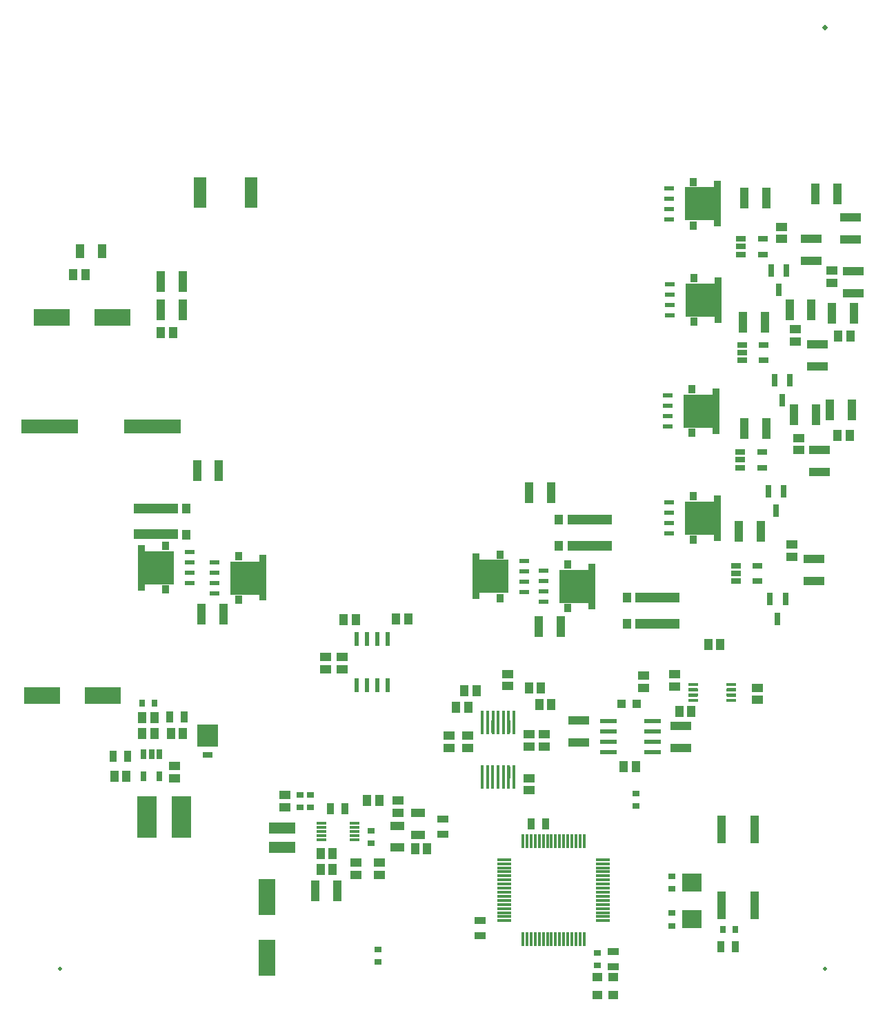
<source format=gtp>
G04 Layer_Color=8421504*
%FSLAX25Y25*%
%MOIN*%
G70*
G01*
G75*
%ADD11R,0.03543X0.22047*%
%ADD12R,0.14291X0.15988*%
%ADD13R,0.04724X0.01969*%
%ADD14R,0.05000X0.03012*%
%ADD15R,0.10039X0.10630*%
%ADD16R,0.02559X0.04724*%
%ADD17R,0.04331X0.05512*%
%ADD18R,0.09449X0.20079*%
%ADD19R,0.17716X0.07874*%
%ADD20R,0.03543X0.05512*%
%ADD21R,0.03150X0.03740*%
%ADD22R,0.05512X0.04331*%
%ADD23R,0.03740X0.03150*%
%ADD24R,0.01400X0.11811*%
%ADD25C,0.01969*%
%ADD26P,0.02784X4X90.0*%
%ADD27R,0.04921X0.04331*%
%ADD28R,0.21654X0.05118*%
%ADD29R,0.03858X0.05118*%
%ADD30R,0.03937X0.03937*%
%ADD31R,0.03937X0.13780*%
%ADD32R,0.04331X0.10236*%
%ADD33R,0.06693X0.04331*%
%ADD34R,0.05512X0.03543*%
%ADD35R,0.10236X0.04331*%
%ADD36R,0.06299X0.14961*%
%ADD37R,0.09449X0.09055*%
%ADD38R,0.03150X0.06299*%
%ADD39R,0.12598X0.05512*%
%ADD40R,0.04724X0.02559*%
%ADD41R,0.04331X0.06693*%
%ADD42R,0.02165X0.07087*%
%ADD43R,0.07874X0.02362*%
%ADD44R,0.05118X0.01181*%
%ADD45R,0.01181X0.07087*%
%ADD46R,0.07087X0.01181*%
%ADD47R,0.27559X0.07087*%
%ADD48R,0.07874X0.17716*%
%ADD49R,0.05118X0.01575*%
%ADD65R,0.03189X0.04006*%
%ADD66R,0.03189X0.04006*%
G36*
X204608Y113989D02*
X203208D01*
Y119789D01*
X204608D01*
Y113989D01*
D02*
G37*
G36*
X220008Y91789D02*
X218608D01*
Y97589D01*
X220008D01*
Y91789D01*
D02*
G37*
G36*
X207208Y113989D02*
X205808D01*
Y119789D01*
X207208D01*
Y113989D01*
D02*
G37*
G36*
X212308D02*
X210908D01*
Y119789D01*
X212308D01*
Y113989D01*
D02*
G37*
G36*
X209708D02*
X208308D01*
Y119789D01*
X209708D01*
Y113989D01*
D02*
G37*
G36*
X217408Y91789D02*
X216008D01*
Y97589D01*
X217408D01*
Y91789D01*
D02*
G37*
G36*
X207208D02*
X205808D01*
Y97589D01*
X207208D01*
Y91789D01*
D02*
G37*
G36*
X204608D02*
X203208D01*
Y97589D01*
X204608D01*
Y91789D01*
D02*
G37*
G36*
X209708D02*
X208308D01*
Y97589D01*
X209708D01*
Y91789D01*
D02*
G37*
G36*
X214908D02*
X213508D01*
Y97589D01*
X214908D01*
Y91789D01*
D02*
G37*
G36*
X212308D02*
X210908D01*
Y97589D01*
X212308D01*
Y91789D01*
D02*
G37*
G36*
X307992Y133890D02*
X303661D01*
Y135465D01*
X307992D01*
Y133890D01*
D02*
G37*
G36*
X326496Y131331D02*
X322165D01*
Y132905D01*
X326496D01*
Y131331D01*
D02*
G37*
G36*
Y133890D02*
X322165D01*
Y135465D01*
X326496D01*
Y133890D01*
D02*
G37*
G36*
Y136449D02*
X322165D01*
Y138024D01*
X326496D01*
Y136449D01*
D02*
G37*
G36*
X307992D02*
X303661D01*
Y138024D01*
X307992D01*
Y136449D01*
D02*
G37*
G36*
Y131331D02*
X303661D01*
Y132905D01*
X307992D01*
Y131331D01*
D02*
G37*
G36*
X217408Y113989D02*
X216008D01*
Y119789D01*
X217408D01*
Y113989D01*
D02*
G37*
G36*
X214908D02*
X213508D01*
Y119789D01*
X214908D01*
Y113989D01*
D02*
G37*
G36*
X220008D02*
X218608D01*
Y119789D01*
X220008D01*
Y113989D01*
D02*
G37*
G36*
X326496Y128772D02*
X322165D01*
Y130347D01*
X326496D01*
Y128772D01*
D02*
G37*
G36*
X307992D02*
X303661D01*
Y130347D01*
X307992D01*
Y128772D01*
D02*
G37*
D11*
X317575Y217697D02*
D03*
X316787Y269311D02*
D03*
X317811Y323051D02*
D03*
X317559Y369567D02*
D03*
X256766Y184658D02*
D03*
X200850Y189508D02*
D03*
X39375Y193732D02*
D03*
X97888Y188772D02*
D03*
D12*
X308937Y217677D02*
D03*
X308150Y269291D02*
D03*
X309173Y323031D02*
D03*
X308921Y369547D02*
D03*
X248129Y184638D02*
D03*
X209488Y189528D02*
D03*
X48013Y193752D02*
D03*
X89251Y188752D02*
D03*
D13*
X294346Y225177D02*
D03*
Y220177D02*
D03*
Y215177D02*
D03*
Y210177D02*
D03*
X293559Y276791D02*
D03*
Y271791D02*
D03*
Y266791D02*
D03*
Y261791D02*
D03*
X294583Y330532D02*
D03*
Y325532D02*
D03*
Y320532D02*
D03*
Y315531D02*
D03*
X294331Y377047D02*
D03*
Y372047D02*
D03*
Y367047D02*
D03*
Y362047D02*
D03*
X233538Y192138D02*
D03*
Y187138D02*
D03*
Y182138D02*
D03*
Y177138D02*
D03*
X224079Y182028D02*
D03*
Y187028D02*
D03*
Y192028D02*
D03*
Y197028D02*
D03*
X62603Y186252D02*
D03*
Y191252D02*
D03*
Y196252D02*
D03*
Y201252D02*
D03*
X74660Y196252D02*
D03*
Y191252D02*
D03*
Y186252D02*
D03*
Y181252D02*
D03*
D14*
X71161Y103423D02*
D03*
D15*
Y112697D02*
D03*
D16*
X47835Y92815D02*
D03*
X40354D02*
D03*
X44094Y103445D02*
D03*
X47835D02*
D03*
X40354D02*
D03*
D17*
X26083Y93012D02*
D03*
X31988D02*
D03*
X39567Y113681D02*
D03*
X45472D02*
D03*
X39567Y121260D02*
D03*
X45472D02*
D03*
X53445Y113583D02*
D03*
X59350D02*
D03*
X171415Y57939D02*
D03*
X177321D02*
D03*
X231457Y127520D02*
D03*
X237362D02*
D03*
X226378Y135472D02*
D03*
X232283D02*
D03*
X201220Y134213D02*
D03*
X195315D02*
D03*
X197126Y126260D02*
D03*
X191220D02*
D03*
X54429Y307382D02*
D03*
X48524D02*
D03*
X154188Y81244D02*
D03*
X148282D02*
D03*
X168235Y168789D02*
D03*
X162329D02*
D03*
X142717Y168622D02*
D03*
X136811D02*
D03*
X125787Y55512D02*
D03*
X131693D02*
D03*
X305020Y124114D02*
D03*
X299114D02*
D03*
X131693Y47933D02*
D03*
X125787D02*
D03*
X278228Y97441D02*
D03*
X272323D02*
D03*
X12205Y335138D02*
D03*
X6299D02*
D03*
X375512Y257756D02*
D03*
X381417D02*
D03*
X375827Y305630D02*
D03*
X381732D02*
D03*
X313110Y156496D02*
D03*
X319016D02*
D03*
D18*
X41965Y73227D02*
D03*
X58465Y73327D02*
D03*
D19*
X20472Y131791D02*
D03*
X-8662D02*
D03*
X25157Y314567D02*
D03*
X-3976D02*
D03*
D20*
X25394Y102657D02*
D03*
X32480D02*
D03*
X59842Y121457D02*
D03*
X52756D02*
D03*
X326260Y10669D02*
D03*
X319173D02*
D03*
X130512Y77362D02*
D03*
X137598D02*
D03*
X234685Y69961D02*
D03*
X227598D02*
D03*
D21*
X45531Y128150D02*
D03*
X39508D02*
D03*
X326161Y18937D02*
D03*
X320138D02*
D03*
D22*
X55216Y97933D02*
D03*
Y92028D02*
D03*
X187913Y106732D02*
D03*
Y112638D02*
D03*
X196811Y112598D02*
D03*
Y106693D02*
D03*
X233740Y107402D02*
D03*
Y113307D02*
D03*
X226417Y113307D02*
D03*
Y107402D02*
D03*
X216260Y142402D02*
D03*
Y136496D02*
D03*
X226693Y86181D02*
D03*
Y92087D02*
D03*
X108465Y83858D02*
D03*
Y77953D02*
D03*
X128346Y150591D02*
D03*
Y144685D02*
D03*
X136221Y144606D02*
D03*
Y150512D02*
D03*
X353701Y204764D02*
D03*
Y198858D02*
D03*
X357008Y256417D02*
D03*
Y250512D02*
D03*
X355276Y308898D02*
D03*
Y302992D02*
D03*
X348479Y358417D02*
D03*
Y352512D02*
D03*
X336929Y129842D02*
D03*
Y135748D02*
D03*
X154134Y51181D02*
D03*
Y45276D02*
D03*
X142922Y51141D02*
D03*
Y45236D02*
D03*
X163046Y75286D02*
D03*
Y81191D02*
D03*
X281890Y141535D02*
D03*
Y135630D02*
D03*
X296949Y142126D02*
D03*
Y136221D02*
D03*
X372797Y337193D02*
D03*
Y331288D02*
D03*
D23*
X278307Y84488D02*
D03*
Y78465D02*
D03*
X153543Y9409D02*
D03*
Y3386D02*
D03*
X259449Y7638D02*
D03*
Y1614D02*
D03*
X120768Y77894D02*
D03*
Y83917D02*
D03*
X150320Y66627D02*
D03*
Y60604D02*
D03*
X295669Y44606D02*
D03*
Y38583D02*
D03*
Y20748D02*
D03*
Y26772D02*
D03*
X115748Y77894D02*
D03*
Y83917D02*
D03*
D24*
X219324Y118825D02*
D03*
X214206D02*
D03*
X216667D02*
D03*
X211647D02*
D03*
X219308Y92721D02*
D03*
X214206Y92742D02*
D03*
X216667D02*
D03*
X211647D02*
D03*
X209088Y118825D02*
D03*
X206529D02*
D03*
X203871D02*
D03*
X208990Y92742D02*
D03*
X206529D02*
D03*
X203871D02*
D03*
D25*
X0Y0D02*
D03*
X369685D02*
D03*
D26*
Y454724D02*
D03*
D27*
X267323Y-12795D02*
D03*
Y-4134D02*
D03*
X259449D02*
D03*
Y-12795D02*
D03*
D28*
X288601Y179166D02*
D03*
Y166568D02*
D03*
X46142Y222402D02*
D03*
Y209803D02*
D03*
X255772Y216827D02*
D03*
Y204228D02*
D03*
D29*
X273775Y179268D02*
D03*
Y166670D02*
D03*
X60969Y222299D02*
D03*
Y209701D02*
D03*
X240945Y216929D02*
D03*
Y204331D02*
D03*
D30*
X278445Y128051D02*
D03*
X271358D02*
D03*
D31*
X319685Y30591D02*
D03*
X335433D02*
D03*
X319685Y67205D02*
D03*
X335433D02*
D03*
D32*
X226675Y229979D02*
D03*
X237305D02*
D03*
X66043Y240650D02*
D03*
X76673D02*
D03*
X327756Y211319D02*
D03*
X338386D02*
D03*
X330428Y260964D02*
D03*
X341058D02*
D03*
X329936Y312118D02*
D03*
X340565D02*
D03*
X341156Y372396D02*
D03*
X330526D02*
D03*
X382441Y270079D02*
D03*
X371811D02*
D03*
X365118Y267677D02*
D03*
X354488D02*
D03*
X383465Y316614D02*
D03*
X372835D02*
D03*
X363032Y318150D02*
D03*
X352402D02*
D03*
X241786Y165150D02*
D03*
X231156D02*
D03*
X78937Y171260D02*
D03*
X68307D02*
D03*
X375606Y374135D02*
D03*
X364976D02*
D03*
X48543Y318390D02*
D03*
X59173D02*
D03*
Y331850D02*
D03*
X48543D02*
D03*
X123327Y37697D02*
D03*
X133957D02*
D03*
D33*
X172753Y64743D02*
D03*
Y75372D02*
D03*
X162798Y69069D02*
D03*
Y58440D02*
D03*
D34*
X267323Y8169D02*
D03*
Y1083D02*
D03*
X184990Y72123D02*
D03*
Y65036D02*
D03*
X202854Y16043D02*
D03*
Y23130D02*
D03*
D35*
X364252Y187165D02*
D03*
Y197795D02*
D03*
X366811Y239882D02*
D03*
Y250512D02*
D03*
X365922Y290945D02*
D03*
Y301575D02*
D03*
X362741Y342008D02*
D03*
Y352638D02*
D03*
X381856Y352153D02*
D03*
Y362783D02*
D03*
X383307Y326260D02*
D03*
Y336890D02*
D03*
X250669Y109173D02*
D03*
Y119803D02*
D03*
X299882Y117329D02*
D03*
Y106699D02*
D03*
D36*
X67618Y375000D02*
D03*
X92224D02*
D03*
D37*
X305118Y23819D02*
D03*
Y41535D02*
D03*
D38*
X350408Y178457D02*
D03*
X346668Y169008D02*
D03*
X342928Y178457D02*
D03*
X349606Y230669D02*
D03*
X345866Y221220D02*
D03*
X342126Y230669D02*
D03*
X352559Y284134D02*
D03*
X348819Y274685D02*
D03*
X345079Y284134D02*
D03*
X350881Y337236D02*
D03*
X347140Y327787D02*
D03*
X343400Y337236D02*
D03*
D39*
X107185Y58563D02*
D03*
Y68012D02*
D03*
D40*
X337022Y194598D02*
D03*
Y187118D02*
D03*
X326392Y190858D02*
D03*
Y194598D02*
D03*
Y187118D02*
D03*
X339134Y249528D02*
D03*
Y242047D02*
D03*
X328504Y245787D02*
D03*
Y249528D02*
D03*
Y242047D02*
D03*
X340039Y301260D02*
D03*
Y293779D02*
D03*
X329410Y297520D02*
D03*
Y301260D02*
D03*
Y293779D02*
D03*
X339449Y352515D02*
D03*
Y345035D02*
D03*
X328819Y348775D02*
D03*
Y352515D02*
D03*
Y345035D02*
D03*
D41*
X9646Y346654D02*
D03*
X20276D02*
D03*
D42*
X158353Y159261D02*
D03*
X148353D02*
D03*
X153353D02*
D03*
Y137017D02*
D03*
X158353D02*
D03*
X148353D02*
D03*
X143353Y159261D02*
D03*
Y137017D02*
D03*
D43*
X286299Y109449D02*
D03*
Y104449D02*
D03*
Y119449D02*
D03*
Y114449D02*
D03*
X265039Y119449D02*
D03*
Y114449D02*
D03*
Y109449D02*
D03*
Y104449D02*
D03*
D44*
X142323Y70288D02*
D03*
Y68319D02*
D03*
Y66351D02*
D03*
Y64382D02*
D03*
Y62414D02*
D03*
X126110Y70288D02*
D03*
Y68319D02*
D03*
Y66351D02*
D03*
Y64382D02*
D03*
Y62414D02*
D03*
D45*
X253110Y14095D02*
D03*
X251142D02*
D03*
X249173D02*
D03*
X247205D02*
D03*
X245236D02*
D03*
X243268D02*
D03*
X241299D02*
D03*
X239331D02*
D03*
X237362D02*
D03*
X235394D02*
D03*
X233425D02*
D03*
X231457D02*
D03*
X229488D02*
D03*
X227520D02*
D03*
X225551D02*
D03*
X223583D02*
D03*
Y61732D02*
D03*
X225551D02*
D03*
X227520D02*
D03*
X229488D02*
D03*
X231457D02*
D03*
X233425D02*
D03*
X235394D02*
D03*
X237362D02*
D03*
X239331D02*
D03*
X241299D02*
D03*
X243268D02*
D03*
X245236D02*
D03*
X247205D02*
D03*
X249173D02*
D03*
X251142D02*
D03*
X253110D02*
D03*
D46*
X214528Y23150D02*
D03*
Y25118D02*
D03*
Y27087D02*
D03*
Y29055D02*
D03*
Y31024D02*
D03*
Y32992D02*
D03*
Y34961D02*
D03*
Y36929D02*
D03*
Y38898D02*
D03*
Y40866D02*
D03*
Y42835D02*
D03*
Y44803D02*
D03*
Y46772D02*
D03*
Y48740D02*
D03*
Y50709D02*
D03*
Y52677D02*
D03*
X262165D02*
D03*
Y50709D02*
D03*
Y48740D02*
D03*
Y46772D02*
D03*
Y44803D02*
D03*
Y42835D02*
D03*
Y40866D02*
D03*
Y38898D02*
D03*
Y36929D02*
D03*
Y34961D02*
D03*
Y32992D02*
D03*
Y31024D02*
D03*
Y29055D02*
D03*
Y27087D02*
D03*
Y25118D02*
D03*
Y23150D02*
D03*
D47*
X-5158Y262087D02*
D03*
X44449D02*
D03*
D48*
X99902Y34449D02*
D03*
Y5315D02*
D03*
D49*
X324331Y137244D02*
D03*
Y134685D02*
D03*
Y132126D02*
D03*
Y129567D02*
D03*
X305827Y137244D02*
D03*
Y134685D02*
D03*
Y132126D02*
D03*
Y129567D02*
D03*
D65*
X305941Y228180D02*
D03*
Y207180D02*
D03*
X305153Y279794D02*
D03*
Y258794D02*
D03*
X306177Y333534D02*
D03*
Y312534D02*
D03*
X305925Y380050D02*
D03*
X305925Y359050D02*
D03*
X245132Y195141D02*
D03*
X245132Y174141D02*
D03*
X212484Y179025D02*
D03*
X51009Y183249D02*
D03*
X86255Y199255D02*
D03*
Y178255D02*
D03*
D66*
X212484Y200025D02*
D03*
X51009Y204249D02*
D03*
M02*

</source>
